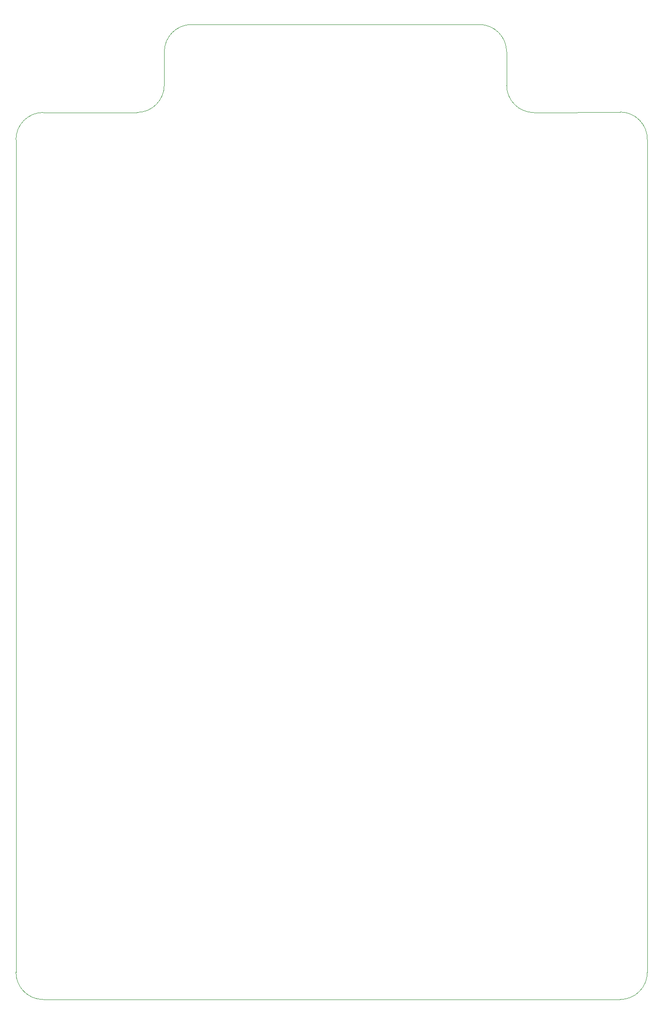
<source format=gbr>
%TF.GenerationSoftware,KiCad,Pcbnew,8.0.6*%
%TF.CreationDate,2024-11-11T12:52:56+02:00*%
%TF.ProjectId,Universal_Adaptor,556e6976-6572-4736-916c-5f4164617074,rev?*%
%TF.SameCoordinates,Original*%
%TF.FileFunction,Profile,NP*%
%FSLAX46Y46*%
G04 Gerber Fmt 4.6, Leading zero omitted, Abs format (unit mm)*
G04 Created by KiCad (PCBNEW 8.0.6) date 2024-11-11 12:52:56*
%MOMM*%
%LPD*%
G01*
G04 APERTURE LIST*
%TA.AperFunction,Profile*%
%ADD10C,0.050000*%
%TD*%
G04 APERTURE END LIST*
D10*
X153169791Y-30819004D02*
G75*
G02*
X148163805Y-25830217I-5991J5000004D01*
G01*
X143150000Y-14675000D02*
G75*
G02*
X148150000Y-19675190I0J-5000000D01*
G01*
X58050000Y-188475000D02*
X58050000Y-35800000D01*
X90300000Y-14675000D02*
X143150000Y-14675000D01*
X174000000Y-35825000D02*
X174000000Y-188475000D01*
X58050000Y-35800000D02*
G75*
G02*
X63050000Y-30800000I5000000J0D01*
G01*
X63050000Y-193475000D02*
G75*
G02*
X58050000Y-188475000I0J5000000D01*
G01*
X63050000Y-30800000D02*
X80286223Y-30800000D01*
X168993905Y-30724005D02*
G75*
G02*
X173999999Y-35825000I6095J-5000995D01*
G01*
X174000000Y-188475000D02*
G75*
G02*
X169000000Y-193475000I-5000000J0D01*
G01*
X85286211Y-25811236D02*
G75*
G02*
X80286223Y-30800024I-5000011J11236D01*
G01*
X169000000Y-193475000D02*
X63050000Y-193475000D01*
X148150001Y-19675190D02*
X148163801Y-25830217D01*
X85286211Y-25811236D02*
X85300051Y-19652363D01*
X153169791Y-30819004D02*
X168993905Y-30724005D01*
X85300051Y-19652363D02*
G75*
G02*
X90300000Y-14675000I4999949J-22637D01*
G01*
M02*

</source>
